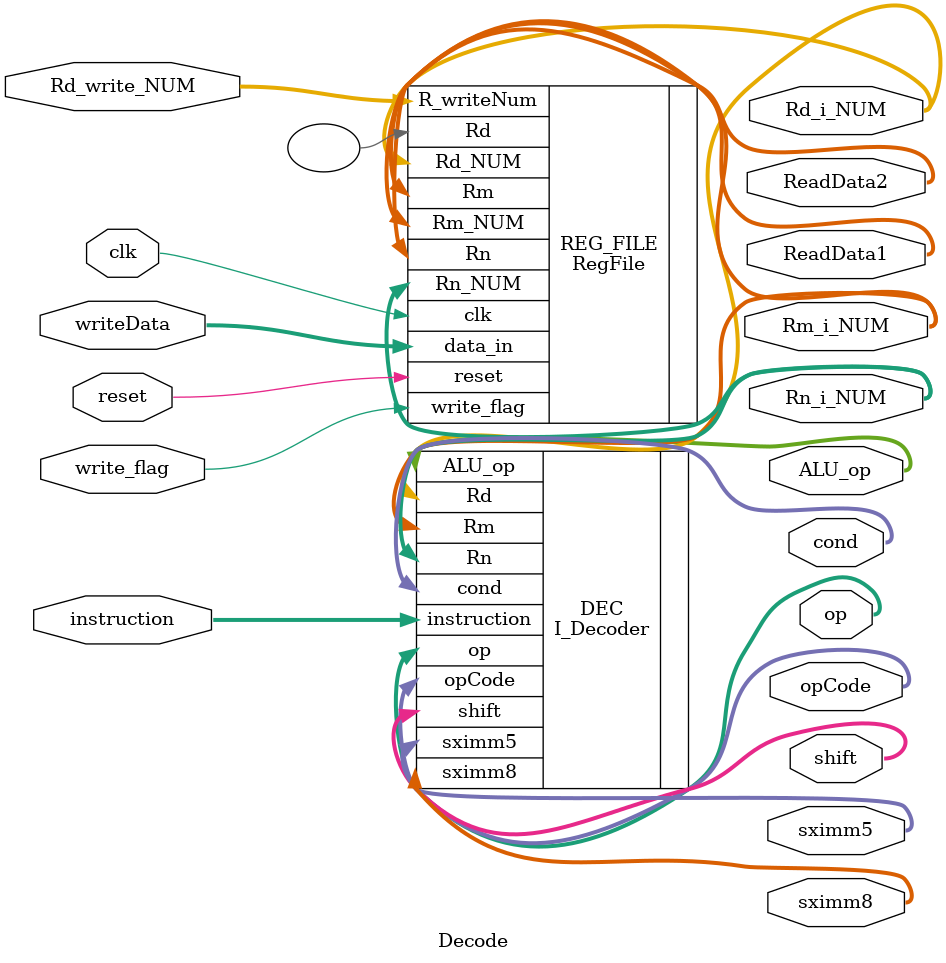
<source format=sv>
module Decode(instruction, //The instruction that is going to be decoded.
              write_flag, Rd_write_NUM, writeData, //write back stage pipline.
              sximm5, sximm8, //Imediate data extracted 
              Rd_i_NUM, Rn_i_NUM, Rm_i_NUM, //The register numbers for the instruction
              ReadData1, ReadData2, //Data read value

              opCode, op, ALU_op,
              shift, cond,

              clk, reset
              );
    parameter N_INSTR = 16; 
    parameter N_SIZE = 16; 
    parameter N_REGISTER = 8; 
    parameter N_NUMBERS = $clog2(N_REGISTER); 

    input logic clk; 
    input logic reset; 

    input logic [N_INSTR-1:0] instruction; 

    input logic write_flag; 
    input logic [N_NUMBERS-1:0] Rd_write_NUM; 
    input logic [N_SIZE-1:0] writeData; 

    output logic [N_SIZE-1:0] sximm5;
    output logic [N_SIZE-1:0] sximm8; 

    output logic [N_NUMBERS-1:0] Rd_i_NUM;
    output logic [N_NUMBERS-1:0] Rn_i_NUM;
    output logic [N_NUMBERS-1:0] Rm_i_NUM;

    output logic [N_SIZE-1:0] ReadData1;    
    output logic [N_SIZE-1:0] ReadData2;

    output logic [2:0] opCode; 
    output logic [2:0] cond; 

    output logic [1:0] op; 
    output logic [1:0] ALU_op;
    output logic [1:0] shift; 
 
    I_Decoder #(.N_INSTR(N_INSTR), 
                .N_SIZE(N_SIZE), 
                .N_REGISTER(N_REGISTER), 
                .N_NUMBERS(N_NUMBERS)) DEC(.instruction(instruction), 
                                           .opCode(opCode),
                                           .op(op), 
                                           .ALU_op(ALU_op), 
                                           .sximm5(sximm5), 
                                           .sximm8(sximm8), 
                                           .shift(shift), 
                                           .Rd(Rd_i_NUM), 
                                           .Rn(Rn_i_NUM), 
                                           .Rm(Rm_i_NUM), 
                                           .cond(cond));

    RegFile #(.N_REGISTER(N_REGISTER), 
              .N_NUMBERS(N_NUMBERS), 
              .N_SIZE(N_SIZE)) REG_FILE(.data_in(writeData), 
                                        .R_writeNum(Rd_write_NUM), 
                                        .write_flag(write_flag), 
                                        .Rn_NUM(Rn_i_NUM), 
                                        .Rm_NUM(Rm_i_NUM), 
                                        .Rd_NUM(Rd_i_NUM), 
                                        .Rn(ReadData1), 
                                        .Rm(ReadData2), 
                                        .Rd(),
                                        .clk(clk), 
                                        .reset(reset)); 

endmodule : Decode 

</source>
